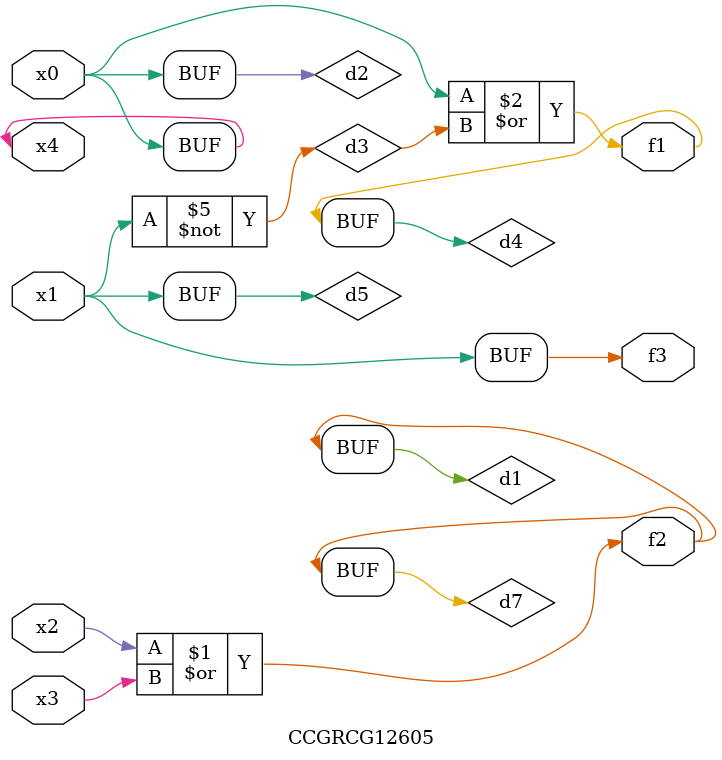
<source format=v>
module CCGRCG12605(
	input x0, x1, x2, x3, x4,
	output f1, f2, f3
);

	wire d1, d2, d3, d4, d5, d6, d7;

	or (d1, x2, x3);
	buf (d2, x0, x4);
	not (d3, x1);
	or (d4, d2, d3);
	not (d5, d3);
	nand (d6, d1, d3);
	or (d7, d1);
	assign f1 = d4;
	assign f2 = d7;
	assign f3 = d5;
endmodule

</source>
